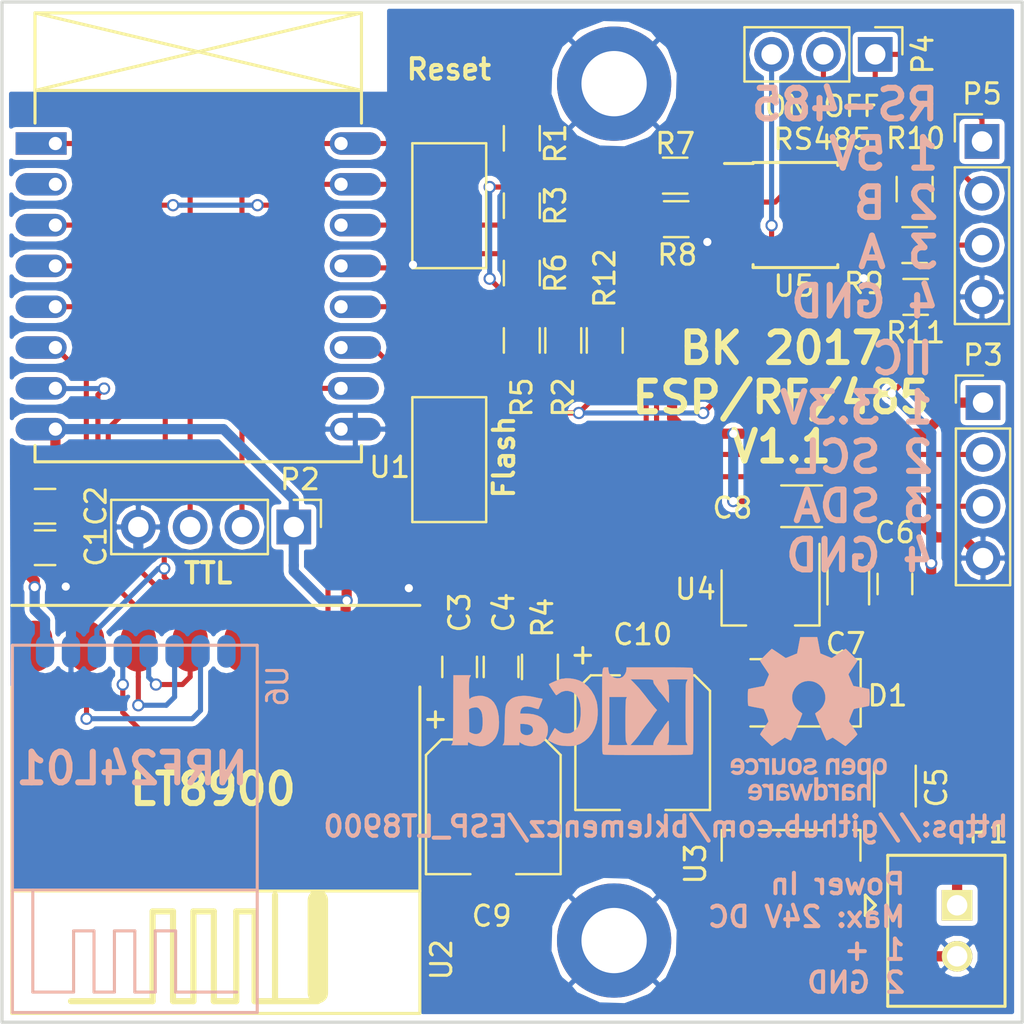
<source format=kicad_pcb>
(kicad_pcb (version 4) (host pcbnew 4.0.2-stable)
  (title_block (title ESP/LT8900) (date 2017-06-15) (rev V1.1) (company BK))
  (layers (0 F.Cu mixed) (31 B.Cu mixed) (34 B.Paste user) (35 F.Paste user) (36 B.SilkS user) (37 F.SilkS user) (38 B.Mask user) (39 F.Mask user) (44 Edge.Cuts user))
  (net 0 "")
  (net 1 +3V3)
  (net 2 GND)
  (net 3 /VIN)
  (net 4 +5V)
  (net 5 /RST)
  (net 6 /FLSH)
  (net 7 /CSN)
  (net 8 /SDA)
  (net 9 /SCL)
  (net 10 /SCK)
  (net 11 /MISO)
  (net 12 /MOSI)
  (net 13 /PKT)
  (net 14 /RxD)
  (net 15 /TxD)
  (net 16 /CHPD)
  (net 17 /DE_O)
  (net 18 /DE)
  (net 19 /485_B)
  (net 20 /485_A)
  (net 21 "Net-(R7-Pad1)")
  (module NRF24L01_12x18mm (layer B.Cu) (at 106.508 140.526)
    (fp_text reference U6 (at 7 -7 270) (layer B.SilkS) (effects (justify mirror)))
    (fp_text value nRF24L01_12x18mm)
    (pad 1 smd oval (at -4.4 -8.7) (size 0.9 1.6) (layers B.Cu B.Paste B.Mask) (net 1 +3V3))
    (pad 2 smd oval (at -3.13 -8.7) (size 0.9 1.6) (layers B.Cu B.Paste B.Mask) (net 2 GND))
    (pad 3 smd oval (at -1.86 -8.7) (size 0.9 1.6) (layers B.Cu B.Paste B.Mask) (net 13 /PKT))
    (pad 4 smd oval (at -0.59 -8.7) (size 0.9 1.6) (layers B.Cu B.Paste B.Mask) (net 7 /CSN))
    (pad 5 smd oval (at 0.68 -8.7) (size 0.9 1.6) (layers B.Cu B.Paste B.Mask) (net 10 /SCK))
    (pad 6 smd oval (at 1.95 -8.7) (size 0.9 1.6) (layers B.Cu B.Paste B.Mask) (net 12 /MOSI))
    (pad 7 smd oval (at 3.22 -8.7) (size 0.9 1.6) (layers B.Cu B.Paste B.Mask) (net 11 /MISO))
    (pad 8 smd oval (at 4.49 -8.7) (size 0.9 1.6) (layers B.Cu B.Paste B.Mask))
  )
  (module LT8900_2.54mmPitch_SMD_20x20 (layer F.Cu) (at 119.38 131.572 270)
    (fp_text reference U2 (at 15.367 -2.159 450) (layer F.SilkS))
    (fp_text value LT8900)
    (pad 1 smd rect (at 0 0 270) (size 2.5 1.7272) (layers F.Cu F.Paste F.Mask) (net 2 GND))
    (pad 2 smd oval (at 0 2.54 270) (size 2.5 1.7272) (layers F.Cu F.Paste F.Mask) (net 1 +3V3))
    (pad 3 smd oval (at 0 5.08 270) (size 2.5 1.7272) (layers F.Cu F.Paste F.Mask) (net 13 /PKT))
    (pad 4 smd oval (at 0 7.62 270) (size 2.5 1.7272) (layers F.Cu F.Paste F.Mask) (net 7 /CSN))
    (pad 5 smd oval (at 0 10.16 270) (size 2.5 1.7272) (layers F.Cu F.Paste F.Mask) (net 10 /SCK))
    (pad 6 smd oval (at 0 12.7 270) (size 2.5 1.7272) (layers F.Cu F.Paste F.Mask) (net 12 /MOSI))
    (pad 7 smd oval (at 0 15.24 270) (size 2.5 1.7272) (layers F.Cu F.Paste F.Mask) (net 11 /MISO))
    (pad 8 smd oval (at 0 17.78 270) (size 2.5 1.7272) (layers F.Cu F.Paste F.Mask))
  )
  (module Resistors_SMD:R_0805 (layer F.Cu) (at 144.78 114.4524)
    (fp_text reference R11 (at 0 1.7526) (layer F.SilkS))
    (fp_text value 510)
    (pad 1 smd rect (at -0.95 0) (size 0.7 1.3) (layers F.Cu F.Paste F.Mask) (net 19 /485_B))
    (pad 2 smd rect (at 0.95 0) (size 0.7 1.3) (layers F.Cu F.Paste F.Mask) (net 2 GND))
  )
  (module Buttons_Switches_SMD:SW_SPST_FSMSM (layer F.Cu) (at 121.92 109.982 270)
    (fp_text reference SW1 hide)
    (fp_text value Reset)
    (pad 1 smd rect (at -4.59 0 270) (size 2.18 1.6) (layers F.Cu F.Paste F.Mask) (net 5 /RST))
    (pad 2 smd rect (at 4.59 0 270) (size 2.18 1.6) (layers F.Cu F.Paste F.Mask) (net 2 GND))
  )
  (module Capacitors_SMD:C_0805 (layer F.Cu) (at 102.108 126.746)
    (fp_text reference C1 (at 2.492 -0.046 90) (layer F.SilkS))
    (fp_text value 100n)
    (pad 1 smd rect (at -1 0) (size 1 1.25) (layers F.Cu F.Paste F.Mask) (net 1 +3V3))
    (pad 2 smd rect (at 1 0) (size 1 1.25) (layers F.Cu F.Paste F.Mask) (net 2 GND))
  )
  (module Capacitors_SMD:C_0805 (layer F.Cu) (at 102.108 124.714)
    (fp_text reference C2 (at 2.492 -0.014 90) (layer F.SilkS))
    (fp_text value 1uF)
    (pad 1 smd rect (at -1 0) (size 1 1.25) (layers F.Cu F.Paste F.Mask) (net 1 +3V3))
    (pad 2 smd rect (at 1 0) (size 1 1.25) (layers F.Cu F.Paste F.Mask) (net 2 GND))
  )
  (module Capacitors_SMD:C_0805 (layer F.Cu) (at 122.428 132.588 90)
    (fp_text reference C3 (at 2.667 0 90) (layer F.SilkS))
    (fp_text value 100n)
    (pad 1 smd rect (at -1 0 90) (size 1 1.25) (layers F.Cu F.Paste F.Mask) (net 1 +3V3))
    (pad 2 smd rect (at 1 0 90) (size 1 1.25) (layers F.Cu F.Paste F.Mask) (net 2 GND))
  )
  (module Capacitors_SMD:C_0805 (layer F.Cu) (at 124.46 132.588 90)
    (fp_text reference C4 (at 2.667 0.127 90) (layer F.SilkS))
    (fp_text value 1uF)
    (pad 1 smd rect (at -1 0 90) (size 1 1.25) (layers F.Cu F.Paste F.Mask) (net 1 +3V3))
    (pad 2 smd rect (at 1 0 90) (size 1 1.25) (layers F.Cu F.Paste F.Mask) (net 2 GND))
  )
  (module Capacitors_SMD:C_1206 (layer F.Cu) (at 143.764 138.43 270)
    (fp_text reference C5 (at 0.07 -2.036 450) (layer F.SilkS))
    (fp_text value 10uF)
    (pad 1 smd rect (at -1.5 0 270) (size 1 1.6) (layers F.Cu F.Paste F.Mask) (net 3 /VIN))
    (pad 2 smd rect (at 1.5 0 270) (size 1 1.6) (layers F.Cu F.Paste F.Mask) (net 2 GND))
  )
  (module Capacitors_SMD:C_0805 (layer F.Cu) (at 143.764 128.524 90)
    (fp_text reference C6 (at 2.524 0 180) (layer F.SilkS))
    (fp_text value 100nF)
    (pad 1 smd rect (at -1 0 90) (size 1 1.25) (layers F.Cu F.Paste F.Mask) (net 4 +5V))
    (pad 2 smd rect (at 1 0 90) (size 1 1.25) (layers F.Cu F.Paste F.Mask) (net 2 GND))
  )
  (module Capacitors_SMD:C_1206 (layer F.Cu) (at 141.478 128.524 90)
    (fp_text reference C7 (at -2.921 -0.127 180) (layer F.SilkS))
    (fp_text value 1uF)
    (pad 1 smd rect (at -1.5 0 90) (size 1 1.6) (layers F.Cu F.Paste F.Mask) (net 4 +5V))
    (pad 2 smd rect (at 1.5 0 90) (size 1 1.6) (layers F.Cu F.Paste F.Mask) (net 2 GND))
  )
  (module Capacitors_SMD:C_1206 (layer F.Cu) (at 139.192 124.714)
    (fp_text reference C8 (at -3.392 0.086) (layer F.SilkS))
    (fp_text value 10uF)
    (pad 1 smd rect (at -1.5 0) (size 1 1.6) (layers F.Cu F.Paste F.Mask) (net 1 +3V3))
    (pad 2 smd rect (at 1.5 0) (size 1 1.6) (layers F.Cu F.Paste F.Mask) (net 2 GND))
  )
  (module BK_Common:JST_B2B-XH-A (layer F.Cu) (at 146.812 144.272 270)
    (fp_text reference P1 (at -3.556 -1.524 360) (layer F.SilkS))
    (fp_text value PWR)
    (pad 1 thru_hole rect (at 0 0 270) (size 1.5 1.5) (drill 1) (layers *.Cu *.Mask F.SilkS) (net 3 /VIN))
    (pad 2 thru_hole circle (at 2.5 0 270) (size 1.5 1.5) (drill 1) (layers *.Cu *.Mask F.SilkS) (net 2 GND))
  )
  (module Resistors_SMD:R_0805 (layer F.Cu) (at 125.476 106.68 90)
    (fp_text reference R1 (at -0.254 1.651 90) (layer F.SilkS))
    (fp_text value 10k)
    (pad 1 smd rect (at -0.95 0 90) (size 0.7 1.3) (layers F.Cu F.Paste F.Mask) (net 1 +3V3))
    (pad 2 smd rect (at 0.95 0 90) (size 0.7 1.3) (layers F.Cu F.Paste F.Mask) (net 5 /RST))
  )
  (module Resistors_SMD:R_0805 (layer F.Cu) (at 127.508 116.586 270)
    (fp_text reference R2 (at 2.794 0 450) (layer F.SilkS))
    (fp_text value 10k)
    (pad 1 smd rect (at -0.95 0 270) (size 0.7 1.3) (layers F.Cu F.Paste F.Mask) (net 1 +3V3))
    (pad 2 smd rect (at 0.95 0 270) (size 0.7 1.3) (layers F.Cu F.Paste F.Mask) (net 6 /FLSH))
  )
  (module Resistors_SMD:R_0805 (layer F.Cu) (at 125.476 109.982 270)
    (fp_text reference R3 (at 0 -1.65 270) (layer F.SilkS))
    (fp_text value 10k)
    (pad 1 smd rect (at -0.95 0 270) (size 0.7 1.3) (layers F.Cu F.Paste F.Mask) (net 1 +3V3))
    (pad 2 smd rect (at 0.95 0 270) (size 0.7 1.3) (layers F.Cu F.Paste F.Mask) (net 16 /CHPD))
  )
  (module Resistors_SMD:R_0805 (layer F.Cu) (at 126.365 132.588 90)
    (fp_text reference R4 (at 2.413 0.127 90) (layer F.SilkS))
    (fp_text value 10k)
    (pad 1 smd rect (at -0.95 0 90) (size 0.7 1.3) (layers F.Cu F.Paste F.Mask) (net 7 /CSN))
    (pad 2 smd rect (at 0.95 0 90) (size 0.7 1.3) (layers F.Cu F.Paste F.Mask) (net 2 GND))
  )
  (module Resistors_SMD:R_0805 (layer F.Cu) (at 125.476 116.586 270)
    (fp_text reference R5 (at 2.794 0 270) (layer F.SilkS))
    (fp_text value 10k)
    (pad 1 smd rect (at -0.95 0 270) (size 0.7 1.3) (layers F.Cu F.Paste F.Mask) (net 1 +3V3))
    (pad 2 smd rect (at 0.95 0 270) (size 0.7 1.3) (layers F.Cu F.Paste F.Mask) (net 8 /SDA))
  )
  (module Resistors_SMD:R_0805 (layer F.Cu) (at 125.476 113.284 90)
    (fp_text reference R6 (at 0 1.651 90) (layer F.SilkS))
    (fp_text value 10k)
    (pad 1 smd rect (at -0.95 0 90) (size 0.7 1.3) (layers F.Cu F.Paste F.Mask) (net 1 +3V3))
    (pad 2 smd rect (at 0.95 0 90) (size 0.7 1.3) (layers F.Cu F.Paste F.Mask) (net 9 /SCL))
  )
  (module Buttons_Switches_SMD:SW_SPST_FSMSM (layer F.Cu) (at 121.92 122.428 270)
    (fp_text reference SW2 hide)
    (fp_text value Flash)
    (pad 1 smd rect (at -4.59 0 270) (size 2.18 1.6) (layers F.Cu F.Paste F.Mask) (net 6 /FLSH))
    (pad 2 smd rect (at 4.59 0 270) (size 2.18 1.6) (layers F.Cu F.Paste F.Mask) (net 2 GND))
  )
  (module BK_Common:ESP-07v2 (layer F.Cu) (at 102.616 106.934)
    (fp_text reference U1 (at 16.384 15.866) (layer F.SilkS))
    (fp_text value ESP-07)
    (fp_text user "" (at 6.892 -5.4) (layer F.SilkS))
    (pad 1 thru_hole rect (at 0 0) (size 2.5 1.1) (drill 0.65 (offset -0.7 0)) (layers *.Cu *.Mask) (net 5 /RST))
    (pad 2 thru_hole oval (at 0 2) (size 2.5 1.1) (drill 0.65 (offset -0.7 0)) (layers *.Cu *.Mask))
    (pad 3 thru_hole oval (at 0 4) (size 2.5 1.1) (drill 0.65 (offset -0.7 0)) (layers *.Cu *.Mask) (net 16 /CHPD))
    (pad 4 thru_hole oval (at 0 6) (size 2.5 1.1) (drill 0.65 (offset -0.7 0)) (layers *.Cu *.Mask) (net 13 /PKT))
    (pad 5 thru_hole oval (at 0 8) (size 2.5 1.1) (drill 0.65 (offset -0.7 0)) (layers *.Cu *.Mask) (net 10 /SCK))
    (pad 6 thru_hole oval (at 0 10) (size 2.5 1.1) (drill 0.65 (offset -0.7 0)) (layers *.Cu *.Mask) (net 11 /MISO))
    (pad 7 thru_hole oval (at 0 12) (size 2.5 1.1) (drill 0.65 (offset -0.7 0)) (layers *.Cu *.Mask) (net 12 /MOSI))
    (pad 8 thru_hole oval (at 0 14) (size 2.5 1.1) (drill 0.65 (offset -0.7 0)) (layers *.Cu *.Mask) (net 1 +3V3))
    (pad 9 thru_hole oval (at 14 14) (size 2.5 1.1) (drill 0.65 (offset 0.7 0)) (layers *.Cu *.Mask) (net 2 GND))
    (pad 10 thru_hole oval (at 14 12) (size 2.5 1.1) (drill 0.65 (offset 0.6 0)) (layers *.Cu *.Mask) (net 7 /CSN))
    (pad 11 thru_hole oval (at 14 10) (size 2.5 1.1) (drill 0.65 (offset 0.7 0)) (layers *.Cu *.Mask) (net 18 /DE))
    (pad 12 thru_hole oval (at 14 8) (size 2.5 1.1) (drill 0.65 (offset 0.7 0)) (layers *.Cu *.Mask) (net 6 /FLSH))
    (pad 13 thru_hole oval (at 14 6) (size 2.5 1.1) (drill 0.65 (offset 0.7 0)) (layers *.Cu *.Mask) (net 8 /SDA))
    (pad 14 thru_hole oval (at 14 4) (size 2.5 1.1) (drill 0.65 (offset 0.7 0)) (layers *.Cu *.Mask) (net 9 /SCL))
    (pad 15 thru_hole oval (at 14 2) (size 2.5 1.1) (drill 0.65 (offset 0.7 0)) (layers *.Cu *.Mask) (net 14 /RxD))
    (pad 16 thru_hole oval (at 14 0) (size 2.5 1.1) (drill 0.65 (offset 0.7 0)) (layers *.Cu *.Mask) (net 15 /TxD))
  )
  (module TO_SOT_Packages_SMD:TO-252-2Lead (layer F.Cu) (at 138.684 141.986 270)
    (fp_text reference U3 (at 0.254 4.699 270) (layer F.SilkS))
    (fp_text value MC78M05CDT)
    (pad 1 smd rect (at -3.7 -2.29 180) (size 2 3.5) (layers F.Cu F.Paste F.Mask) (net 3 /VIN))
    (pad 3 smd rect (at -3.7 2.29 180) (size 2 3.5) (layers F.Cu F.Paste F.Mask) (net 4 +5V))
    (pad 2 smd rect (at 3.7 0.01 180) (size 7 7) (layers F.Cu F.Paste F.Mask) (net 2 GND))
  )
  (module TO_SOT_Packages_SMD:SOT89-3_Housing (layer F.Cu) (at 137.668 128.778 270)
    (fp_text reference U4 (at 0 3.683 360) (layer F.SilkS))
    (fp_text value HT7333-A)
    (pad 1 smd rect (at -1.48 -1.5 180) (size 1 1.5) (layers F.Cu F.Paste F.Mask) (net 2 GND))
    (pad 2 smd rect (at -1.48 0 180) (size 1 1.5) (layers F.Cu F.Paste F.Mask) (net 4 +5V))
    (pad 3 smd rect (at -1.48 1.5 180) (size 1 1.5) (layers F.Cu F.Paste F.Mask) (net 1 +3V3))
    (pad 2 smd rect (at 1.48 0 180) (size 2 3) (layers F.Cu F.Paste F.Mask) (net 4 +5V))
    (pad 2 smd trapezoid (at -0.37 0) (size 1.5 0.75) (rect_delta 0 0.5) (layers F.Cu F.Paste F.Mask) (net 4 +5V))
  )
  (module Diodes_SMD:D_SMA_Standard (layer F.Cu) (at 138.684 133.858 180)
    (fp_text reference D1 (at -4.716 -0.142 180) (layer F.SilkS))
    (fp_text value SS13)
    (pad 1 smd rect (at -2 0 180) (size 2.5 1.8) (layers F.Cu F.Paste F.Mask) (net 3 /VIN))
    (pad 2 smd rect (at 2 0 180) (size 2.5 1.8) (layers F.Cu F.Paste F.Mask) (net 4 +5V))
  )
  (module Pin_Headers:Pin_Header_Straight_1x04_Pitch2.54mm (layer F.Cu) (at 114.3 125.73 270)
    (fp_text reference P2 (at -2.33 -0.3 360) (layer F.SilkS))
    (fp_text value TTL)
    (pad 1 thru_hole rect (at 0 0 270) (size 1.7 1.7) (drill 1) (layers *.Cu *.Mask) (net 1 +3V3))
    (pad 2 thru_hole oval (at 0 2.54 270) (size 1.7 1.7) (drill 1) (layers *.Cu *.Mask) (net 14 /RxD))
    (pad 3 thru_hole oval (at 0 5.08 270) (size 1.7 1.7) (drill 1) (layers *.Cu *.Mask) (net 15 /TxD))
    (pad 4 thru_hole oval (at 0 7.62 270) (size 1.7 1.7) (drill 1) (layers *.Cu *.Mask) (net 2 GND))
  )
  (module Pin_Headers:Pin_Header_Straight_1x04_Pitch2.54mm (layer F.Cu) (at 148.082 119.634)
    (fp_text reference P3 (at 0 -2.33) (layer F.SilkS))
    (fp_text value I2C)
    (pad 1 thru_hole rect (at 0 0) (size 1.7 1.7) (drill 1) (layers *.Cu *.Mask) (net 1 +3V3))
    (pad 2 thru_hole oval (at 0 2.54) (size 1.7 1.7) (drill 1) (layers *.Cu *.Mask) (net 9 /SCL))
    (pad 3 thru_hole oval (at 0 5.08) (size 1.7 1.7) (drill 1) (layers *.Cu *.Mask) (net 8 /SDA))
    (pad 4 thru_hole oval (at 0 7.62) (size 1.7 1.7) (drill 1) (layers *.Cu *.Mask) (net 2 GND))
  )
  (module Pin_Headers:Pin_Header_Straight_1x03_Pitch2.54mm (layer F.Cu) (at 142.7988 102.5652 270)
    (fp_text reference P4 (at 0 -2.33 270) (layer F.SilkS))
    (fp_text value 485_EN)
    (pad 1 thru_hole rect (at 0 0 270) (size 1.7 1.7) (drill 1) (layers *.Cu *.Mask) (net 4 +5V))
    (pad 2 thru_hole oval (at 0 2.54 270) (size 1.7 1.7) (drill 1) (layers *.Cu *.Mask) (net 17 /DE_O))
    (pad 3 thru_hole oval (at 0 5.08 270) (size 1.7 1.7) (drill 1) (layers *.Cu *.Mask) (net 18 /DE))
  )
  (module Pin_Headers:Pin_Header_Straight_1x04_Pitch2.54mm (layer F.Cu) (at 148.0312 106.8324)
    (fp_text reference P5 (at 0 -2.33) (layer F.SilkS))
    (fp_text value RS485)
    (pad 1 thru_hole rect (at 0 0) (size 1.7 1.7) (drill 1) (layers *.Cu *.Mask) (net 4 +5V))
    (pad 2 thru_hole oval (at 0 2.54) (size 1.7 1.7) (drill 1) (layers *.Cu *.Mask) (net 19 /485_B))
    (pad 3 thru_hole oval (at 0 5.08) (size 1.7 1.7) (drill 1) (layers *.Cu *.Mask) (net 20 /485_A))
    (pad 4 thru_hole oval (at 0 7.62) (size 1.7 1.7) (drill 1) (layers *.Cu *.Mask) (net 2 GND))
  )
  (module Resistors_SMD:R_0805 (layer F.Cu) (at 132.9944 108.5088 180)
    (fp_text reference R7 (at 0 1.5748 180) (layer F.SilkS))
    (fp_text value 10k)
    (pad 1 smd rect (at -0.95 0 180) (size 0.7 1.3) (layers F.Cu F.Paste F.Mask) (net 21 "Net-(R7-Pad1)"))
    (pad 2 smd rect (at 0.95 0 180) (size 0.7 1.3) (layers F.Cu F.Paste F.Mask) (net 14 /RxD))
  )
  (module Resistors_SMD:R_0805 (layer F.Cu) (at 133.0452 110.6424)
    (fp_text reference R8 (at 0.0508 1.7526) (layer F.SilkS))
    (fp_text value 20k)
    (pad 1 smd rect (at -0.95 0) (size 0.7 1.3) (layers F.Cu F.Paste F.Mask) (net 14 /RxD))
    (pad 2 smd rect (at 0.95 0) (size 0.7 1.3) (layers F.Cu F.Paste F.Mask) (net 2 GND))
  )
  (module Resistors_SMD:R_0805 (layer F.Cu) (at 144.7292 111.9124)
    (fp_text reference R9 (at -2.4892 1.8796) (layer F.SilkS))
    (fp_text value 510)
    (pad 1 smd rect (at -0.95 0) (size 0.7 1.3) (layers F.Cu F.Paste F.Mask) (net 4 +5V))
    (pad 2 smd rect (at 0.95 0) (size 0.7 1.3) (layers F.Cu F.Paste F.Mask) (net 20 /485_A))
  )
  (module Resistors_SMD:R_0805 (layer F.Cu) (at 144.7292 109.1692 90)
    (fp_text reference R10 (at 2.4892 0.0508 180) (layer F.SilkS))
    (fp_text value 120)
    (pad 1 smd rect (at -0.95 0 90) (size 0.7 1.3) (layers F.Cu F.Paste F.Mask) (net 20 /485_A))
    (pad 2 smd rect (at 0.95 0 90) (size 0.7 1.3) (layers F.Cu F.Paste F.Mask) (net 19 /485_B))
  )
  (module Housings_SOIC:SOIC-8_3.9x4.9mm_Pitch1.27mm (layer F.Cu) (at 138.8872 110.4392)
    (fp_text reference U5 (at -0.0762 3.4798) (layer F.SilkS))
    (fp_text value MAX487)
    (pad 1 smd rect (at -2.7 -1.905) (size 1.55 0.6) (layers F.Cu F.Paste F.Mask) (net 21 "Net-(R7-Pad1)"))
    (pad 2 smd rect (at -2.7 -0.635) (size 1.55 0.6) (layers F.Cu F.Paste F.Mask) (net 17 /DE_O))
    (pad 3 smd rect (at -2.7 0.635) (size 1.55 0.6) (layers F.Cu F.Paste F.Mask) (net 17 /DE_O))
    (pad 4 smd rect (at -2.7 1.905) (size 1.55 0.6) (layers F.Cu F.Paste F.Mask) (net 15 /TxD))
    (pad 5 smd rect (at 2.7 1.905) (size 1.55 0.6) (layers F.Cu F.Paste F.Mask) (net 2 GND))
    (pad 6 smd rect (at 2.7 0.635) (size 1.55 0.6) (layers F.Cu F.Paste F.Mask) (net 20 /485_A))
    (pad 7 smd rect (at 2.7 -0.635) (size 1.55 0.6) (layers F.Cu F.Paste F.Mask) (net 19 /485_B))
    (pad 8 smd rect (at 2.7 -1.905) (size 1.55 0.6) (layers F.Cu F.Paste F.Mask) (net 4 +5V))
  )
  (module Mounting_Holes:MountingHole_3.2mm_M3_DIN965_Pad (layer F.Cu) (at 130 146)
    (fp_text reference M2 hide)
    (fp_text value "")
    (pad 1 thru_hole circle (at 0 0) (size 5.6 5.6) (drill 3.2) (layers *.Cu *.Mask) (net 2 GND))
  )
  (module Mounting_Holes:MountingHole_3.2mm_M3_DIN965_Pad (layer F.Cu) (at 130 104)
    (fp_text reference M1 hide)
    (fp_text value "" hide)
    (pad 1 thru_hole circle (at 0 0) (size 5.6 5.6) (drill 3.2) (layers *.Cu *.Mask) (net 2 GND))
  )
  (module Symbols:OSHW-Logo_7.5x8mm_SilkScreen (layer B.Cu) (at 139.5476 135.128 180)
    (fp_text reference "" hide)
    (fp_text value "" hide)
  )
  (module Symbols:Symbol_KiCAD-Logo_CopperAndSilkScreenTop (layer B.Cu) (at 127.9652 134.5692 180)
    (fp_text reference "" hide)
    (fp_text value "" hide)
  )
  (module Capacitors_SMD:CP_Elec_6.3x7.7 (layer F.Cu) (at 124.079 139.446 270)
    (fp_text reference C9 (at 5.354 0.079 360) (layer F.SilkS))
    (fp_text value 330u/6.3V)
    (fp_text user + (at -4.28 2.91 270) (layer F.SilkS))
    (pad 1 smd rect (at -2.7 0 90) (size 3.5 1.6) (layers F.Cu F.Paste F.Mask) (net 1 +3V3))
    (pad 2 smd rect (at 2.7 0 90) (size 3.5 1.6) (layers F.Cu F.Paste F.Mask) (net 2 GND))
  )
  (module Capacitors_SMD:CP_Elec_6.3x5.3 (layer F.Cu) (at 131.4 136.3 270)
    (fp_text reference C10 (at -5.3 0 360) (layer F.SilkS))
    (fp_text value 100u/16V)
    (fp_text user + (at -4.28 3.01 270) (layer F.SilkS))
    (pad 1 smd rect (at -2.7 0 90) (size 3.5 1.6) (layers F.Cu F.Paste F.Mask) (net 4 +5V))
    (pad 2 smd rect (at 2.7 0 90) (size 3.5 1.6) (layers F.Cu F.Paste F.Mask) (net 2 GND))
  )
  (module Resistors_SMD:R_0805 (layer F.Cu) (at 129.54 116.586 270)
    (fp_text reference R12 (at -3.048 0 270) (layer F.SilkS))
    (fp_text value 10k)
    (pad 1 smd rect (at -0.95 0 270) (size 0.7 1.3) (layers F.Cu F.Paste F.Mask) (net 1 +3V3))
    (pad 2 smd rect (at 0.95 0 270) (size 0.7 1.3) (layers F.Cu F.Paste F.Mask) (net 18 /DE))
  )
  (gr_text https://github.com/bklemencz/ESP_LT8900 (at 132.5372 140.4112) (layer B.SilkS) (effects (font (size 1 1) (thickness 0.2)) (justify mirror)))
  (gr_text LT8900 (at 110.3376 138.5824) (layer F.SilkS) (effects (font (size 1.5 1.5) (thickness 0.3))))
  (gr_text NRF24L01 (at 106.3752 137.5664) (layer B.SilkS) (effects (font (size 1.5 1.5) (thickness 0.3)) (justify mirror)))
  (gr_text TTL (at 110.1 128) (layer F.SilkS) (effects (font (size 1 1) (thickness 0.2))))
  (gr_text Flash (at 124.6 122.3 90) (layer F.SilkS) (effects (font (size 1 1) (thickness 0.2))))
  (gr_text Reset (at 121.9 103.3) (layer F.SilkS) (effects (font (size 1 1) (thickness 0.2))))
  (gr_text "BK 2017\nESP/RF/485\nV1.1" (at 138.176 119.38) (layer F.SilkS) (effects (font (size 1.5 1.5) (thickness 0.3))))
  (gr_text "ON OFF\nRS485" (at 140.208 105.918) (layer F.SilkS) (effects (font (size 1 1))))
  (gr_text "RS-485\n1 5V\n2 B\n3 A\n4 GND" (at 146.05 109.855) (layer B.SilkS) (effects (font (size 1.5 1.5) (thickness 0.3)) (justify left mirror)))
  (gr_text "IIC\n1 3.3V\n2 SCL\n3 SDA\n4 GND" (at 145.796 122.301) (layer B.SilkS) (effects (font (size 1.5 1.5) (thickness 0.3)) (justify left mirror)))
  (gr_text "Power In\nMax: 24V DC\n1 +\n2 GND" (at 144.3736 145.6436) (layer B.SilkS) (effects (font (size 1 1) (thickness 0.2)) (justify left mirror)))
  (gr_line (start 100 100) (end 100 150) (angle 90) (layer Edge.Cuts) (width 0.15))
  (gr_line (start 150 100) (end 100 100) (angle 90) (layer Edge.Cuts) (width 0.15))
  (gr_line (start 150 150) (end 150 100) (angle 90) (layer Edge.Cuts) (width 0.15))
  (gr_line (start 100 150) (end 150 150) (angle 90) (layer Edge.Cuts) (width 0.15))
  (segment (start 116.8908 129.3368) (end 116.8908 125.6792) (width 0.5) (layer F.Cu) (net 1))
  (segment (start 118.11 124.46) (end 123.698 124.46) (width 0.5) (layer F.Cu) (net 1))
  (segment (start 116.8908 125.6792) (end 118.11 124.46) (width 0.5) (layer F.Cu) (net 1))
  (segment (start 126.536 127.298) (end 136.168 127.298) (width 0.5) (layer F.Cu) (net 1))
  (segment (start 123.698 124.46) (end 126.536 127.298) (width 0.5) (layer F.Cu) (net 1))
  (segment (start 135.8392 121.158) (end 133.604 121.158) (width 0.5) (layer F.Cu) (net 1))
  (segment (start 132.842 120.396) (end 132.842 115.0112) (width 0.5) (layer F.Cu) (net 1))
  (segment (start 133.604 121.158) (end 132.842 120.396) (width 0.5) (layer F.Cu) (net 1))
  (segment (start 132.842 115.0112) (end 126.8628 109.032) (width 0.5) (layer F.Cu) (net 1))
  (segment (start 126.8628 109.032) (end 125.476 109.032) (width 0.5) (layer F.Cu) (net 1))
  (segment (start 129.54 115.636) (end 127.508 115.636) (width 0.25) (layer F.Cu) (net 1))
  (segment (start 125.476 115.636) (end 127.508 115.636) (width 0.25) (layer F.Cu) (net 1))
  (via (at 116.8908 129.3368) (size 0.6) (drill 0.4) (layers F.Cu B.Cu) (net 1))
  (segment (start 115.7224 129.3368) (end 116.8908 129.3368) (width 0.5) (layer B.Cu) (net 1))
  (segment (start 114.3 127.9144) (end 115.7224 129.3368) (width 0.5) (layer B.Cu) (net 1))
  (segment (start 114.3 127.6096) (end 114.3 127.9144) (width 0.5) (layer B.Cu) (net 1))
  (segment (start 101.6 129.794) (end 101.6 128.6764) (width 0.5) (layer B.Cu) (net 1))
  (segment (start 102.108 130.302) (end 101.6 129.794) (width 0.5) (layer B.Cu) (net 1))
  (segment (start 102.108 131.826) (end 102.108 130.302) (width 0.5) (layer B.Cu) (net 1))
  (via (at 101.6 128.6764) (size 0.6) (drill 0.4) (layers F.Cu B.Cu) (net 1))
  (segment (start 101.6 128.363) (end 101.6 128.6764) (width 0.5) (layer F.Cu) (net 1))
  (segment (start 101.108 126.746) (end 101.108 127.871) (width 0.5) (layer F.Cu) (net 1))
  (segment (start 101.108 127.871) (end 101.6 128.363) (width 0.5) (layer F.Cu) (net 1))
  (segment (start 122.428 133.588) (end 122.428 135.095) (width 0.5) (layer F.Cu) (net 1))
  (segment (start 122.428 135.095) (end 124.079 136.746) (width 0.5) (layer F.Cu) (net 1))
  (segment (start 122.428 133.588) (end 121.303 133.588) (width 0.5) (layer F.Cu) (net 1))
  (segment (start 121.303 133.588) (end 121.287 133.604) (width 0.5) (layer F.Cu) (net 1))
  (segment (start 121.287 133.604) (end 117.348 133.604) (width 0.5) (layer F.Cu) (net 1))
  (segment (start 117.348 133.604) (end 116.84 133.096) (width 0.5) (layer F.Cu) (net 1))
  (segment (start 116.84 133.096) (end 116.84 131.572) (width 0.5) (layer F.Cu) (net 1))
  (segment (start 124.46 133.588) (end 122.428 133.588) (width 0.5) (layer F.Cu) (net 1))
  (segment (start 145.1864 121.158) (end 146.7104 119.634) (width 0.5) (layer F.Cu) (net 1))
  (segment (start 146.7104 119.634) (end 148.082 119.634) (width 0.5) (layer F.Cu) (net 1))
  (segment (start 135.8392 121.158) (end 145.1864 121.158) (width 0.5) (layer F.Cu) (net 1))
  (segment (start 123.9012 109.0676) (end 125.4404 109.0676) (width 0.25) (layer F.Cu) (net 1))
  (segment (start 125.4404 109.0676) (end 125.476 109.032) (width 0.25) (layer F.Cu) (net 1))
  (via (at 123.9012 109.0676) (size 0.6) (drill 0.4) (layers F.Cu B.Cu) (net 1))
  (segment (start 123.9012 113.5592) (end 123.9012 109.0676) (width 0.25) (layer B.Cu) (net 1))
  (via (at 123.9012 113.5592) (size 0.6) (drill 0.4) (layers F.Cu B.Cu) (net 1))
  (segment (start 125.476 114.234) (end 124.576 114.234) (width 0.25) (layer F.Cu) (net 1))
  (segment (start 124.576 114.234) (end 123.9012 113.5592) (width 0.25) (layer F.Cu) (net 1))
  (segment (start 125.476 109.032) (end 125.776 109.032) (width 0.5) (layer F.Cu) (net 1))
  (segment (start 135.8392 124.46) (end 137.438 124.46) (width 0.5) (layer F.Cu) (net 1))
  (segment (start 137.438 124.46) (end 137.692 124.714) (width 0.5) (layer F.Cu) (net 1))
  (segment (start 135.8392 121.158) (end 135.8392 124.46) (width 0.5) (layer B.Cu) (net 1))
  (via (at 135.8392 124.46) (size 0.6) (drill 0.4) (layers F.Cu B.Cu) (net 1))
  (via (at 135.8392 121.158) (size 0.6) (drill 0.4) (layers F.Cu B.Cu) (net 1))
  (segment (start 114.3 125.73) (end 114.3 124.38) (width 0.5) (layer B.Cu) (net 1))
  (segment (start 114.3 124.38) (end 110.854 120.934) (width 0.5) (layer B.Cu) (net 1))
  (segment (start 110.854 120.934) (end 102.616 120.934) (width 0.5) (layer B.Cu) (net 1))
  (segment (start 114.3 127.6096) (end 114.3 125.73) (width 0.5) (layer B.Cu) (net 1))
  (segment (start 101.092 123.7234) (end 102.616 122.1994) (width 0.5) (layer F.Cu) (net 1))
  (segment (start 102.616 122.1994) (end 102.616 120.934) (width 0.5) (layer F.Cu) (net 1))
  (segment (start 101.092 124.573) (end 101.092 123.7234) (width 0.5) (layer F.Cu) (net 1))
  (segment (start 101.108 124.714) (end 101.108 124.589) (width 0.5) (layer F.Cu) (net 1))
  (segment (start 101.108 124.589) (end 101.092 124.573) (width 0.5) (layer F.Cu) (net 1))
  (segment (start 101.108 124.714) (end 101.108 126.746) (width 0.5) (layer F.Cu) (net 1))
  (segment (start 116.84 131.572) (end 116.84 129.3368) (width 0.5) (layer F.Cu) (net 1))
  (segment (start 125.476 109.032) (end 125.476 107.63) (width 0.25) (layer F.Cu) (net 1))
  (segment (start 125.476 115.636) (end 125.476 114.234) (width 0.25) (layer F.Cu) (net 1))
  (segment (start 136.168 127.298) (end 136.168 126.238) (width 0.5) (layer F.Cu) (net 1))
  (segment (start 136.168 126.238) (end 137.692 124.714) (width 0.5) (layer F.Cu) (net 1))
  (segment (start 103.124 129.9972) (end 103.378 130.2512) (width 0.5) (layer B.Cu) (net 2))
  (segment (start 103.378 130.2512) (end 103.378 131.826) (width 0.5) (layer B.Cu) (net 2))
  (segment (start 103.124 128.651) (end 103.124 129.9972) (width 0.5) (layer B.Cu) (net 2))
  (segment (start 119.9388 129.2632) (end 119.9388 128.7272) (width 0.5) (layer F.Cu) (net 2))
  (via (at 119.9388 128.7272) (size 0.6) (drill 0.4) (layers F.Cu B.Cu) (net 2))
  (segment (start 119.38 131.572) (end 119.38 129.822) (width 0.5) (layer F.Cu) (net 2))
  (segment (start 119.38 129.822) (end 119.9388 129.2632) (width 0.5) (layer F.Cu) (net 2))
  (segment (start 133.8 142.35) (end 133.8 144.812) (width 0.5) (layer F.Cu) (net 2))
  (segment (start 133.8 144.812) (end 134.674 145.686) (width 0.5) (layer F.Cu) (net 2))
  (segment (start 134.674 145.686) (end 138.674 145.686) (width 0.5) (layer F.Cu) (net 2))
  (segment (start 131.4 139) (end 131.4 139.95) (width 0.5) (layer F.Cu) (net 2))
  (segment (start 131.4 139.95) (end 133.8 142.35) (width 0.5) (layer F.Cu) (net 2))
  (segment (start 127.635 140.208) (end 125.697 142.146) (width 0.5) (layer F.Cu) (net 2))
  (segment (start 125.697 142.146) (end 124.079 142.146) (width 0.5) (layer F.Cu) (net 2))
  (segment (start 127.635 132.608) (end 127.635 140.208) (width 0.5) (layer F.Cu) (net 2))
  (segment (start 126.365 131.638) (end 126.665 131.638) (width 0.5) (layer F.Cu) (net 2))
  (segment (start 126.665 131.638) (end 127.635 132.608) (width 0.5) (layer F.Cu) (net 2))
  (segment (start 121.285 130.048) (end 121.92 129.413) (width 0.5) (layer F.Cu) (net 2))
  (segment (start 121.92 129.413) (end 121.92 127.018) (width 0.5) (layer F.Cu) (net 2))
  (segment (start 120.7516 130.048) (end 121.285 130.048) (width 0.5) (layer F.Cu) (net 2))
  (segment (start 119.38 131.572) (end 119.38 131.4196) (width 0.5) (layer F.Cu) (net 2))
  (segment (start 119.38 131.4196) (end 120.7516 130.048) (width 0.5) (layer F.Cu) (net 2))
  (segment (start 122.428 131.588) (end 119.396 131.588) (width 0.5) (layer F.Cu) (net 2))
  (segment (start 119.396 131.588) (end 119.38 131.572) (width 0.5) (layer F.Cu) (net 2))
  (segment (start 124.46 131.588) (end 122.428 131.588) (width 0.5) (layer F.Cu) (net 2))
  (segment (start 126.365 131.638) (end 124.51 131.638) (width 0.5) (layer F.Cu) (net 2))
  (segment (start 124.51 131.638) (end 124.46 131.588) (width 0.5) (layer F.Cu) (net 2))
  (segment (start 145.7452 126.238) (end 144.2212 124.714) (width 0.5) (layer F.Cu) (net 2))
  (segment (start 144.2212 124.714) (end 140.692 124.714) (width 0.5) (layer F.Cu) (net 2))
  (segment (start 147.066 126.238) (end 145.7452 126.238) (width 0.5) (layer F.Cu) (net 2))
  (segment (start 148.082 127.254) (end 147.066 126.238) (width 0.5) (layer F.Cu) (net 2))
  (segment (start 140.692 125.1472) (end 141.478 125.9332) (width 0.5) (layer F.Cu) (net 2))
  (segment (start 141.478 125.9332) (end 141.478 127.024) (width 0.5) (layer F.Cu) (net 2))
  (segment (start 140.692 124.714) (end 140.692 125.1472) (width 0.5) (layer F.Cu) (net 2))
  (via (at 142.231 113.538) (size 0.6) (drill 0.4) (layers F.Cu B.Cu) (net 2))
  (segment (start 141.5872 112.3442) (end 141.5872 112.8942) (width 0.25) (layer F.Cu) (net 2))
  (segment (start 141.5872 112.8942) (end 142.231 113.538) (width 0.25) (layer F.Cu) (net 2))
  (via (at 134.5692 111.76) (size 0.6) (drill 0.4) (layers F.Cu B.Cu) (net 2))
  (segment (start 134.2128 111.76) (end 134.5692 111.76) (width 0.25) (layer F.Cu) (net 2))
  (segment (start 133.9952 110.6424) (end 133.9952 111.5424) (width 0.25) (layer F.Cu) (net 2))
  (segment (start 133.9952 111.5424) (end 134.2128 111.76) (width 0.25) (layer F.Cu) (net 2))
  (segment (start 145.73 114.4524) (end 148.0312 114.4524) (width 0.25) (layer F.Cu) (net 2))
  (via (at 120.142 112.8776) (size 0.6) (drill 0.4) (layers F.Cu B.Cu) (net 2))
  (segment (start 121.5656 112.8776) (end 120.142 112.8776) (width 0.25) (layer F.Cu) (net 2))
  (segment (start 121.92 114.572) (end 121.92 113.232) (width 0.25) (layer F.Cu) (net 2))
  (segment (start 121.92 113.232) (end 121.5656 112.8776) (width 0.25) (layer F.Cu) (net 2))
  (segment (start 103.108 126.746) (end 103.108 128.635) (width 0.5) (layer F.Cu) (net 2))
  (segment (start 103.108 128.635) (end 103.124 128.651) (width 0.5) (layer F.Cu) (net 2))
  (via (at 103.124 128.651) (size 0.6) (drill 0.4) (layers F.Cu B.Cu) (net 2))
  (segment (start 105.2068 128.651) (end 103.124 128.651) (width 0.5) (layer B.Cu) (net 2))
  (segment (start 106.68 127.1778) (end 105.2068 128.651) (width 0.5) (layer B.Cu) (net 2))
  (segment (start 106.68 126.932081) (end 106.68 127.1778) (width 0.5) (layer B.Cu) (net 2))
  (segment (start 106.68 125.73) (end 106.68 126.932081) (width 0.5) (layer B.Cu) (net 2))
  (segment (start 146.812 146.772) (end 139.76 146.772) (width 0.5) (layer F.Cu) (net 2))
  (segment (start 139.76 146.772) (end 138.674 145.686) (width 0.5) (layer F.Cu) (net 2))
  (segment (start 119.364 131.588) (end 119.38 131.572) (width 0.5) (layer F.Cu) (net 2))
  (segment (start 103.108 126.746) (end 103.108 124.714) (width 0.5) (layer F.Cu) (net 2))
  (segment (start 147.812 127.524) (end 148.082 127.254) (width 0.5) (layer F.Cu) (net 2))
  (segment (start 142.264 127.024) (end 142.264 127.149) (width 0.5) (layer F.Cu) (net 2))
  (segment (start 142.264 127.149) (end 142.639 127.524) (width 0.5) (layer F.Cu) (net 2))
  (segment (start 142.639 127.524) (end 143.764 127.524) (width 0.5) (layer F.Cu) (net 2))
  (segment (start 141.478 127.024) (end 142.264 127.024) (width 0.5) (layer F.Cu) (net 2))
  (segment (start 141.478 127.024) (end 139.442 127.024) (width 0.5) (layer F.Cu) (net 2))
  (segment (start 139.442 127.024) (end 139.168 127.298) (width 0.5) (layer F.Cu) (net 2))
  (segment (start 138.674 145.686) (end 142.674 145.686) (width 0.5) (layer F.Cu) (net 2))
  (segment (start 142.674 145.686) (end 143.764 144.596) (width 0.5) (layer F.Cu) (net 2))
  (segment (start 143.764 144.596) (end 143.764 140.93) (width 0.5) (layer F.Cu) (net 2))
  (segment (start 143.764 140.93) (end 143.764 139.93) (width 0.5) (layer F.Cu) (net 2))
  (segment (start 146.812 144.272) (end 146.812 139.678) (width 0.5) (layer F.Cu) (net 3))
  (segment (start 146.812 139.678) (end 144.064 136.93) (width 0.5) (layer F.Cu) (net 3))
  (segment (start 144.064 136.93) (end 143.764 136.93) (width 0.5) (layer F.Cu) (net 3))
  (segment (start 140.974 138.286) (end 142.408 138.286) (width 0.5) (layer F.Cu) (net 3))
  (segment (start 142.408 138.286) (end 143.764 136.93) (width 0.5) (layer F.Cu) (net 3))
  (segment (start 142.621 133.858) (end 143.764 135.001) (width 0.5) (layer F.Cu) (net 3))
  (segment (start 143.764 135.001) (end 143.764 136.93) (width 0.5) (layer F.Cu) (net 3))
  (segment (start 140.684 133.858) (end 142.621 133.858) (width 0.5) (layer F.Cu) (net 3))
  (segment (start 131.4 133.6) (end 132.7 133.6) (width 0.5) (layer F.Cu) (net 4))
  (segment (start 136.042 130.258) (end 137.668 130.258) (width 0.5) (layer F.Cu) (net 4))
  (segment (start 132.7 133.6) (end 136.042 130.258) (width 0.5) (layer F.Cu) (net 4))
  (segment (start 141.3256 119.1768) (end 143.6116 119.1768) (width 0.25) (layer F.Cu) (net 4))
  (segment (start 138.5824 116.4336) (end 141.3256 119.1768) (width 0.25) (layer F.Cu) (net 4))
  (segment (start 138.5824 110.514) (end 138.5824 116.4336) (width 0.25) (layer F.Cu) (net 4))
  (segment (start 141.5872 108.5342) (end 140.5622 108.5342) (width 0.25) (layer F.Cu) (net 4))
  (segment (start 140.5622 108.5342) (end 138.5824 110.514) (width 0.25) (layer F.Cu) (net 4))
  (segment (start 143.6116 119.1768) (end 144.7292 118.0592) (width 0.25) (layer F.Cu) (net 4))
  (segment (start 144.7292 118.0592) (end 144.7292 112.1664) (width 0.25) (layer F.Cu) (net 4))
  (segment (start 144.7292 112.1664) (end 144.4752 111.9124) (width 0.25) (layer F.Cu) (net 4))
  (segment (start 144.4752 111.9124) (end 143.7792 111.9124) (width 0.25) (layer F.Cu) (net 4))
  (via (at 143.6116 119.1768) (size 0.6) (drill 0.4) (layers F.Cu B.Cu) (net 4))
  (segment (start 145.542 121.1072) (end 143.6116 119.1768) (width 0.5) (layer B.Cu) (net 4))
  (segment (start 145.542 127.508) (end 145.542 121.1072) (width 0.5) (layer B.Cu) (net 4))
  (via (at 145.542 127.508) (size 0.6) (drill 0.4) (layers F.Cu B.Cu) (net 4))
  (segment (start 145.542 128.871) (end 145.542 127.508) (width 0.5) (layer F.Cu) (net 4))
  (segment (start 143.764 129.524) (end 144.889 129.524) (width 0.5) (layer F.Cu) (net 4))
  (segment (start 144.889 129.524) (end 145.542 128.871) (width 0.5) (layer F.Cu) (net 4))
  (segment (start 148.0312 106.8324) (end 148.0312 105.7324) (width 0.25) (layer F.Cu) (net 4))
  (segment (start 148.0312 105.7324) (end 144.864 102.5652) (width 0.25) (layer F.Cu) (net 4))
  (segment (start 144.864 102.5652) (end 143.8988 102.5652) (width 0.25) (layer F.Cu) (net 4))
  (segment (start 143.8988 102.5652) (end 142.7988 102.5652) (width 0.25) (layer F.Cu) (net 4))
  (segment (start 141.5872 107.2312) (end 142.7988 106.0196) (width 0.25) (layer F.Cu) (net 4))
  (segment (start 142.7988 106.0196) (end 142.7988 102.5652) (width 0.25) (layer F.Cu) (net 4))
  (segment (start 141.5872 108.5342) (end 141.5872 107.2312) (width 0.25) (layer F.Cu) (net 4))
  (segment (start 137.668 127.298) (end 137.668 128.408) (width 0.5) (layer F.Cu) (net 4))
  (segment (start 137.668 130.258) (end 137.668 127.298) (width 0.5) (layer F.Cu) (net 4))
  (segment (start 141.478 130.024) (end 137.902 130.024) (width 0.5) (layer F.Cu) (net 4))
  (segment (start 137.902 130.024) (end 137.668 130.258) (width 0.5) (layer F.Cu) (net 4))
  (segment (start 136.684 133.858) (end 136.684 133.445) (width 0.5) (layer F.Cu) (net 4))
  (segment (start 136.684 133.445) (end 137.668 132.461) (width 0.5) (layer F.Cu) (net 4))
  (segment (start 136.394 138.286) (end 136.394 136.036) (width 0.5) (layer F.Cu) (net 4))
  (segment (start 136.394 136.036) (end 136.684 135.746) (width 0.5) (layer F.Cu) (net 4))
  (segment (start 136.684 135.746) (end 136.684 133.858) (width 0.5) (layer F.Cu) (net 4))
  (segment (start 142.137 130.024) (end 142.637 129.524) (width 0.5) (layer F.Cu) (net 4))
  (segment (start 142.637 129.524) (end 143.764 129.524) (width 0.5) (layer F.Cu) (net 4))
  (segment (start 141.478 130.024) (end 142.137 130.024) (width 0.5) (layer F.Cu) (net 4))
  (segment (start 137.668 132.461) (end 137.668 130.258) (width 0.5) (layer F.Cu) (net 4))
  (segment (start 105.3846 106.934) (end 102.616 106.934) (width 0.25) (layer F.Cu) (net 5))
  (segment (start 106.3244 105.9942) (end 105.3846 106.934) (width 0.25) (layer F.Cu) (net 5))
  (segment (start 120.2678 105.9942) (end 106.3244 105.9942) (width 0.25) (layer F.Cu) (net 5))
  (segment (start 121.92 105.392) (end 120.87 105.392) (width 0.25) (layer F.Cu) (net 5))
  (segment (start 120.87 105.392) (end 120.2678 105.9942) (width 0.25) (layer F.Cu) (net 5))
  (segment (start 125.476 105.73) (end 122.258 105.73) (width 0.25) (layer F.Cu) (net 5))
  (segment (start 122.258 105.73) (end 121.92 105.392) (width 0.25) (layer F.Cu) (net 5))
  (segment (start 127 118.872) (end 127.508 118.364) (width 0.25) (layer F.Cu) (net 6))
  (segment (start 127.508 118.364) (end 127.508 117.536) (width 0.25) (layer F.Cu) (net 6))
  (segment (start 124.004 118.872) (end 127 118.872) (width 0.25) (layer F.Cu) (net 6))
  (segment (start 121.92 117.838) (end 122.97 117.838) (width 0.25) (layer F.Cu) (net 6))
  (segment (start 122.97 117.838) (end 124.004 118.872) (width 0.25) (layer F.Cu) (net 6))
  (segment (start 119.507 116.713) (end 120.632 117.838) (width 0.25) (layer F.Cu) (net 6))
  (segment (start 120.632 117.838) (end 121.92 117.838) (width 0.25) (layer F.Cu) (net 6))
  (segment (start 119.507 115.189) (end 119.507 116.713) (width 0.25) (layer F.Cu) (net 6))
  (segment (start 119.252 114.934) (end 119.507 115.189) (width 0.25) (layer F.Cu) (net 6))
  (segment (start 116.616 114.934) (end 119.252 114.934) (width 0.25) (layer F.Cu) (net 6))
  (segment (start 117.094 134.62) (end 117.094 134.61602) (width 0.25) (layer F.Cu) (net 7))
  (segment (start 117.094 134.61602) (end 115.69899 133.22101) (width 0.25) (layer F.Cu) (net 7))
  (segment (start 111.76 134.4676) (end 111.76 133.35) (width 0.25) (layer F.Cu) (net 7))
  (segment (start 116.616 118.934) (end 115.3048 118.934) (width 0.25) (layer F.Cu) (net 7))
  (segment (start 115.3048 118.934) (end 114.9604 119.2784) (width 0.25) (layer F.Cu) (net 7))
  (segment (start 115.69899 130.17301) (end 115.69899 133.22101) (width 0.25) (layer F.Cu) (net 7))
  (segment (start 115.062 133.858) (end 112.268 133.858) (width 0.25) (layer F.Cu) (net 7))
  (segment (start 114.9604 119.2784) (end 114.9604 122.936) (width 0.25) (layer F.Cu) (net 7))
  (segment (start 115.9764 129.8956) (end 115.69899 130.17301) (width 0.25) (layer F.Cu) (net 7))
  (segment (start 111.76 133.35) (end 111.76 131.572) (width 0.25) (layer F.Cu) (net 7))
  (segment (start 114.9604 122.936) (end 115.9764 123.952) (width 0.25) (layer F.Cu) (net 7))
  (segment (start 115.9764 123.952) (end 115.9764 129.8956) (width 0.25) (layer F.Cu) (net 7))
  (segment (start 115.69899 133.22101) (end 115.062 133.858) (width 0.25) (layer F.Cu) (net 7))
  (segment (start 112.268 133.858) (end 111.76 133.35) (width 0.25) (layer F.Cu) (net 7))
  (segment (start 105.918 131.826) (end 105.918 133.4516) (width 0.25) (layer B.Cu) (net 7))
  (via (at 105.918 133.4516) (size 0.6) (drill 0.4) (layers F.Cu B.Cu) (net 7))
  (segment (start 105.918 134.8232) (end 105.918 133.4516) (width 0.25) (layer F.Cu) (net 7))
  (segment (start 106.7308 135.636) (end 105.918 134.8232) (width 0.25) (layer F.Cu) (net 7))
  (segment (start 110.5916 135.636) (end 106.7308 135.636) (width 0.25) (layer F.Cu) (net 7))
  (segment (start 111.76 134.4676) (end 110.5916 135.636) (width 0.25) (layer F.Cu) (net 7))
  (segment (start 126.365 133.538) (end 126.365 138.811) (width 0.25) (layer F.Cu) (net 7))
  (segment (start 126.365 138.811) (end 125.73 139.446) (width 0.25) (layer F.Cu) (net 7))
  (segment (start 125.73 139.446) (end 121.92 139.446) (width 0.25) (layer F.Cu) (net 7))
  (segment (start 121.92 139.446) (end 117.094 134.62) (width 0.25) (layer F.Cu) (net 7))
  (segment (start 148.082 124.714) (end 145.4912 124.714) (width 0.25) (layer F.Cu) (net 8))
  (segment (start 145.4912 124.714) (end 144.0434 123.2662) (width 0.25) (layer F.Cu) (net 8))
  (segment (start 144.0434 123.2662) (end 133.9342 123.2662) (width 0.25) (layer F.Cu) (net 8))
  (segment (start 133.9342 123.2662) (end 131.572 120.904) (width 0.25) (layer F.Cu) (net 8))
  (segment (start 131.572 120.904) (end 131.572 117.348) (width 0.25) (layer F.Cu) (net 8))
  (segment (start 131.572 117.348) (end 130.81 116.586) (width 0.25) (layer F.Cu) (net 8))
  (segment (start 130.81 116.586) (end 125.73 116.586) (width 0.25) (layer F.Cu) (net 8))
  (segment (start 125.73 116.586) (end 125.476 116.84) (width 0.25) (layer F.Cu) (net 8))
  (segment (start 125.476 116.84) (end 125.476 117.536) (width 0.25) (layer F.Cu) (net 8))
  (segment (start 123.19 116.205) (end 124.521 117.536) (width 0.25) (layer F.Cu) (net 8))
  (segment (start 124.521 117.536) (end 125.476 117.536) (width 0.25) (layer F.Cu) (net 8))
  (segment (start 120.65 116.205) (end 123.19 116.205) (width 0.25) (layer F.Cu) (net 8))
  (segment (start 120.142 115.697) (end 120.65 116.205) (width 0.25) (layer F.Cu) (net 8))
  (segment (start 120.142 114.3) (end 120.142 115.697) (width 0.25) (layer F.Cu) (net 8))
  (segment (start 118.872 113.03) (end 120.142 114.3) (width 0.25) (layer F.Cu) (net 8))
  (segment (start 117.264598 113.03) (end 118.872 113.03) (width 0.25) (layer F.Cu) (net 8))
  (segment (start 116.616 112.934) (end 117.168598 112.934) (width 0.25) (layer F.Cu) (net 8))
  (segment (start 117.168598 112.934) (end 117.264598 113.03) (width 0.25) (layer F.Cu) (net 8))
  (segment (start 132.08 115.824) (end 128.59 112.334) (width 0.25) (layer F.Cu) (net 9))
  (segment (start 128.59 112.334) (end 125.476 112.334) (width 0.25) (layer F.Cu) (net 9))
  (segment (start 132.08 120.65) (end 132.08 115.824) (width 0.25) (layer F.Cu) (net 9))
  (segment (start 133.604 122.174) (end 132.08 120.65) (width 0.25) (layer F.Cu) (net 9))
  (segment (start 148.082 122.174) (end 133.604 122.174) (width 0.25) (layer F.Cu) (net 9))
  (segment (start 125.476 112.334) (end 126.376 112.334) (width 0.25) (layer F.Cu) (net 9))
  (segment (start 119.824 110.934) (end 121.224 112.334) (width 0.25) (layer F.Cu) (net 9))
  (segment (start 121.224 112.334) (end 125.476 112.334) (width 0.25) (layer F.Cu) (net 9))
  (segment (start 116.616 110.934) (end 119.824 110.934) (width 0.25) (layer F.Cu) (net 9))
  (segment (start 107.188 131.826) (end 107.188 133.096) (width 0.25) (layer B.Cu) (net 10))
  (segment (start 107.188 133.096) (end 107.5436 133.4516) (width 0.25) (layer B.Cu) (net 10))
  (via (at 107.5436 133.4516) (size 0.6) (drill 0.4) (layers F.Cu B.Cu) (net 10))
  (segment (start 108.8404 133.4516) (end 107.5436 133.4516) (width 0.25) (layer F.Cu) (net 10))
  (segment (start 109.22 131.572) (end 109.22 133.072) (width 0.25) (layer F.Cu) (net 10))
  (segment (start 109.22 133.072) (end 108.8404 133.4516) (width 0.25) (layer F.Cu) (net 10))
  (segment (start 106.3244 116.332) (end 104.9264 114.934) (width 0.25) (layer F.Cu) (net 10))
  (segment (start 104.9264 114.934) (end 104.393 114.934) (width 0.25) (layer F.Cu) (net 10))
  (segment (start 106.3244 119.7864) (end 106.3244 116.332) (width 0.25) (layer F.Cu) (net 10))
  (segment (start 105.2068 120.904) (end 106.3244 119.7864) (width 0.25) (layer F.Cu) (net 10))
  (segment (start 105.2068 126.8984) (end 105.2068 120.904) (width 0.25) (layer F.Cu) (net 10))
  (segment (start 105.8672 127.5588) (end 105.2068 126.8984) (width 0.25) (layer F.Cu) (net 10))
  (segment (start 106.4728 127.5588) (end 105.8672 127.5588) (width 0.25) (layer F.Cu) (net 10))
  (segment (start 109.22 131.572) (end 109.22 130.306) (width 0.25) (layer F.Cu) (net 10))
  (segment (start 109.22 130.306) (end 106.4728 127.5588) (width 0.25) (layer F.Cu) (net 10))
  (segment (start 104.393 114.934) (end 102.616 114.934) (width 0.25) (layer F.Cu) (net 10))
  (segment (start 109.22 131.572) (end 109.22 131.4196) (width 0.25) (layer F.Cu) (net 10))
  (segment (start 109.3216 135.128) (end 104.14 135.128) (width 0.25) (layer B.Cu) (net 11))
  (segment (start 109.728 134.7216) (end 109.3216 135.128) (width 0.25) (layer B.Cu) (net 11))
  (segment (start 109.728 131.826) (end 109.728 134.7216) (width 0.25) (layer B.Cu) (net 11))
  (via (at 104.14 135.128) (size 0.6) (drill 0.4) (layers F.Cu B.Cu) (net 11))
  (segment (start 104.14 131.572) (end 104.14 135.128) (width 0.25) (layer F.Cu) (net 11))
  (segment (start 104.130989 118.448989) (end 102.616 116.934) (width 0.25) (layer F.Cu) (net 11))
  (segment (start 104.130989 128.308547) (end 104.130989 118.448989) (width 0.25) (layer F.Cu) (net 11))
  (segment (start 104.14 128.317558) (end 104.130989 128.308547) (width 0.25) (layer F.Cu) (net 11))
  (segment (start 104.14 131.572) (end 104.14 128.317558) (width 0.25) (layer F.Cu) (net 11))
  (segment (start 108.458 131.826) (end 108.458 134.0612) (width 0.25) (layer B.Cu) (net 12))
  (segment (start 108.458 134.0612) (end 108.0516 134.4676) (width 0.25) (layer B.Cu) (net 12))
  (segment (start 108.0516 134.4676) (end 106.68 134.4676) (width 0.25) (layer B.Cu) (net 12))
  (via (at 106.68 134.4676) (size 0.6) (drill 0.4) (layers F.Cu B.Cu) (net 12))
  (segment (start 106.68 133.072) (end 106.68 134.4676) (width 0.25) (layer F.Cu) (net 12))
  (segment (start 106.68 131.572) (end 106.68 133.072) (width 0.25) (layer F.Cu) (net 12))
  (segment (start 104.69998 127.76318) (end 106.68 129.7432) (width 0.25) (layer F.Cu) (net 12))
  (segment (start 106.68 129.7432) (end 106.68 131.572) (width 0.25) (layer F.Cu) (net 12))
  (segment (start 104.999979 118.945795) (end 104.69998 119.245794) (width 0.25) (layer F.Cu) (net 12))
  (segment (start 104.69998 119.245794) (end 104.69998 127.76318) (width 0.25) (layer F.Cu) (net 12))
  (segment (start 102.627795 118.945795) (end 104.575715 118.945795) (width 0.25) (layer B.Cu) (net 12))
  (via (at 104.999979 118.945795) (size 0.6) (drill 0.4) (layers F.Cu B.Cu) (net 12))
  (segment (start 104.575715 118.945795) (end 104.999979 118.945795) (width 0.25) (layer B.Cu) (net 12))
  (segment (start 102.616 118.934) (end 102.627795 118.945795) (width 0.25) (layer B.Cu) (net 12))
  (segment (start 107.95 127.762) (end 107.95 128.186264) (width 0.25) (layer F.Cu) (net 13))
  (segment (start 107.95 128.186264) (end 108.763736 129) (width 0.25) (layer F.Cu) (net 13))
  (segment (start 108.763736 129) (end 113.506 129) (width 0.25) (layer F.Cu) (net 13))
  (segment (start 113.506 129) (end 114.3 129.794) (width 0.25) (layer F.Cu) (net 13))
  (segment (start 114.3 129.794) (end 114.3 131.572) (width 0.25) (layer F.Cu) (net 13))
  (segment (start 108 126.178554) (end 107.95 126.228554) (width 0.25) (layer F.Cu) (net 13))
  (segment (start 107.95 126.228554) (end 107.95 127.762) (width 0.25) (layer F.Cu) (net 13))
  (via (at 107.95 127.762) (size 0.6) (drill 0.4) (layers F.Cu B.Cu) (net 13))
  (segment (start 107.662 127.762) (end 107.95 127.762) (width 0.25) (layer B.Cu) (net 13))
  (segment (start 104.648 131.826) (end 104.648 130.776) (width 0.25) (layer B.Cu) (net 13))
  (segment (start 104.648 130.776) (end 107.662 127.762) (width 0.25) (layer B.Cu) (net 13))
  (segment (start 102.616 112.934) (end 103.934 112.934) (width 0.25) (layer F.Cu) (net 13))
  (segment (start 103.934 112.934) (end 108 117) (width 0.25) (layer F.Cu) (net 13))
  (segment (start 108 117) (end 108 126.178554) (width 0.25) (layer F.Cu) (net 13))
  (segment (start 126.4412 106.8832) (end 130.2004 110.6424) (width 0.25) (layer F.Cu) (net 14))
  (segment (start 130.2004 110.6424) (end 132.0952 110.6424) (width 0.25) (layer F.Cu) (net 14))
  (segment (start 123.952 106.8832) (end 126.4412 106.8832) (width 0.25) (layer F.Cu) (net 14))
  (segment (start 123.952 106.8832) (end 121.9012 108.934) (width 0.25) (layer F.Cu) (net 14))
  (segment (start 121.9012 108.934) (end 116.616 108.934) (width 0.25) (layer F.Cu) (net 14))
  (segment (start 132.0444 108.5088) (end 132.0444 110.5916) (width 0.25) (layer F.Cu) (net 14))
  (segment (start 132.0444 110.5916) (end 132.0952 110.6424) (width 0.25) (layer F.Cu) (net 14))
  (segment (start 112.1476 108.934) (end 111.76 109.3216) (width 0.25) (layer F.Cu) (net 14))
  (segment (start 111.76 109.3216) (end 111.76 125.73) (width 0.25) (layer F.Cu) (net 14))
  (segment (start 116.616 108.934) (end 112.1476 108.934) (width 0.25) (layer F.Cu) (net 14))
  (segment (start 135.1622 112.3442) (end 136.1872 112.3442) (width 0.25) (layer F.Cu) (net 15))
  (segment (start 133.0452 107.95) (end 133.0452 111.7092) (width 0.25) (layer F.Cu) (net 15))
  (segment (start 131.252094 107.569) (end 132.6642 107.569) (width 0.25) (layer F.Cu) (net 15))
  (segment (start 133.0452 111.7092) (end 133.6802 112.3442) (width 0.25) (layer F.Cu) (net 15))
  (segment (start 132.6642 107.569) (end 133.0452 107.95) (width 0.25) (layer F.Cu) (net 15))
  (segment (start 130.849684 107.971411) (end 131.252094 107.569) (width 0.25) (layer F.Cu) (net 15))
  (segment (start 126.746 106.426) (end 128.291411 107.971411) (width 0.25) (layer F.Cu) (net 15))
  (segment (start 123.4948 106.426) (end 126.746 106.426) (width 0.25) (layer F.Cu) (net 15))
  (segment (start 122.9868 106.934) (end 123.4948 106.426) (width 0.25) (layer F.Cu) (net 15))
  (segment (start 133.6802 112.3442) (end 135.1622 112.3442) (width 0.25) (layer F.Cu) (net 15))
  (segment (start 128.291411 107.971411) (end 130.849684 107.971411) (width 0.25) (layer F.Cu) (net 15))
  (segment (start 116.616 106.934) (end 122.9868 106.934) (width 0.25) (layer F.Cu) (net 15))
  (segment (start 109.22 109.4486) (end 109.22 125.73) (width 0.25) (layer F.Cu) (net 15))
  (segment (start 111.7346 106.934) (end 109.22 109.4486) (width 0.25) (layer F.Cu) (net 15))
  (segment (start 116.616 106.934) (end 111.7346 106.934) (width 0.25) (layer F.Cu) (net 15))
  (segment (start 108.3818 109.9566) (end 108.806064 109.9566) (width 0.25) (layer B.Cu) (net 16))
  (segment (start 108.806064 109.9566) (end 112.522 109.9566) (width 0.25) (layer B.Cu) (net 16))
  (segment (start 108.3818 109.9566) (end 105.3846 109.9566) (width 0.25) (layer F.Cu) (net 16))
  (segment (start 112.522 109.9566) (end 119.761 109.9566) (width 0.25) (layer F.Cu) (net 16))
  (segment (start 119.761 109.9566) (end 120.7364 110.932) (width 0.25) (layer F.Cu) (net 16))
  (segment (start 120.7364 110.932) (end 125.476 110.932) (width 0.25) (layer F.Cu) (net 16))
  (via (at 108.3818 109.9566) (size 0.6) (drill 0.4) (layers F.Cu B.Cu) (net 16))
  (via (at 112.522 109.9566) (size 0.6) (drill 0.4) (layers F.Cu B.Cu) (net 16))
  (segment (start 105.3846 109.9566) (end 104.4072 110.934) (width 0.25) (layer F.Cu) (net 16))
  (segment (start 104.4072 110.934) (end 102.616 110.934) (width 0.25) (layer F.Cu) (net 16))
  (segment (start 136.1872 109.8042) (end 136.1872 111.0742) (width 0.25) (layer F.Cu) (net 17))
  (segment (start 138.6332 109.0676) (end 137.8966 109.8042) (width 0.25) (layer F.Cu) (net 17))
  (segment (start 137.8966 109.8042) (end 136.1872 109.8042) (width 0.25) (layer F.Cu) (net 17))
  (segment (start 138.6332 105.392881) (end 138.6332 109.0676) (width 0.25) (layer F.Cu) (net 17))
  (segment (start 140.2588 102.5652) (end 140.2588 103.767281) (width 0.25) (layer F.Cu) (net 17))
  (segment (start 140.2588 103.767281) (end 138.6332 105.392881) (width 0.25) (layer F.Cu) (net 17))
  (via (at 128.27 120.142) (size 0.6) (drill 0.4) (layers F.Cu B.Cu) (net 18))
  (segment (start 134.366 120.142) (end 128.27 120.142) (width 0.25) (layer B.Cu) (net 18))
  (via (at 134.366 120.142) (size 0.6) (drill 0.4) (layers F.Cu B.Cu) (net 18))
  (segment (start 137.7188 116.7892) (end 134.366 120.142) (width 0.25) (layer F.Cu) (net 18))
  (segment (start 137.7188 110.9472) (end 137.7188 116.7892) (width 0.25) (layer F.Cu) (net 18))
  (via (at 137.7188 110.9472) (size 0.6) (drill 0.4) (layers F.Cu B.Cu) (net 18))
  (segment (start 137.7188 102.5652) (end 137.7188 110.9472) (width 0.25) (layer B.Cu) (net 18))
  (segment (start 128.27 120.142) (end 129.54 118.872) (width 0.25) (layer F.Cu) (net 18))
  (segment (start 129.54 118.872) (end 129.54 117.536) (width 0.25) (layer F.Cu) (net 18))
  (segment (start 120.904 120.142) (end 128.27 120.142) (width 0.25) (layer F.Cu) (net 18))
  (segment (start 120.142 119.38) (end 120.904 120.142) (width 0.25) (layer F.Cu) (net 18))
  (segment (start 120.142 118.872) (end 120.142 119.38) (width 0.25) (layer F.Cu) (net 18))
  (segment (start 118.204 116.934) (end 120.142 118.872) (width 0.25) (layer F.Cu) (net 18))
  (segment (start 116.616 116.934) (end 118.204 116.934) (width 0.25) (layer F.Cu) (net 18))
  (segment (start 143.83 114.4524) (end 140.8176 114.4524) (width 0.25) (layer F.Cu) (net 19))
  (segment (start 140.335 109.8042) (end 141.5872 109.8042) (width 0.25) (layer F.Cu) (net 19))
  (segment (start 140.8176 114.4524) (end 139.8016 113.4364) (width 0.25) (layer F.Cu) (net 19))
  (segment (start 139.8016 113.4364) (end 139.8016 110.3376) (width 0.25) (layer F.Cu) (net 19))
  (segment (start 139.8016 110.3376) (end 140.335 109.8042) (width 0.25) (layer F.Cu) (net 19))
  (segment (start 148.0312 109.3724) (end 146.878 108.2192) (width 0.25) (layer F.Cu) (net 19))
  (segment (start 146.878 108.2192) (end 144.7292 108.2192) (width 0.25) (layer F.Cu) (net 19))
  (segment (start 141.5872 109.8042) (end 142.0622 109.8042) (width 0.25) (layer F.Cu) (net 19))
  (segment (start 142.0622 109.8042) (end 143.6472 108.2192) (width 0.25) (layer F.Cu) (net 19))
  (segment (start 143.6472 108.2192) (end 144.7292 108.2192) (width 0.25) (layer F.Cu) (net 19))
  (segment (start 145.6792 111.9124) (end 145.6792 111.0692) (width 0.25) (layer F.Cu) (net 20))
  (segment (start 145.6792 111.0692) (end 144.7292 110.1192) (width 0.25) (layer F.Cu) (net 20))
  (segment (start 145.6792 111.9124) (end 148.0312 111.9124) (width 0.25) (layer F.Cu) (net 20))
  (segment (start 141.5872 111.0742) (end 142.6122 111.0742) (width 0.25) (layer F.Cu) (net 20))
  (segment (start 142.6122 111.0742) (end 143.5672 110.1192) (width 0.25) (layer F.Cu) (net 20))
  (segment (start 143.5672 110.1192) (end 143.8292 110.1192) (width 0.25) (layer F.Cu) (net 20))
  (segment (start 143.8292 110.1192) (end 144.7292 110.1192) (width 0.25) (layer F.Cu) (net 20))
  (segment (start 136.1872 108.5342) (end 133.9698 108.5342) (width 0.25) (layer F.Cu) (net 21))
  (segment (start 133.9698 108.5342) (end 133.9444 108.5088) (width 0.25) (layer F.Cu) (net 21))
  (zone (net 0) (net_name "") (layer B.Cu) (connect_pads (clearance 0.508)) (min_thickness 0.254)
    (keepout (tracks not_allowed) (vias not_allowed) (copperpour not_allowed))
    (fill yes (arc_segments 16) (thermal_gap 0.508) (thermal_bridge_width 0.508))
    (polygon (pts (xy 100.33 100.203) (xy 118.872 100.203) (xy 118.872 104.394) (xy 100.33 104.394)))
  )
  (zone (net 0) (net_name "") (layer B.Cu) (connect_pads (clearance 0.508)) (min_thickness 0.254)
    (keepout (tracks not_allowed) (vias not_allowed) (copperpour not_allowed))
    (fill yes (arc_segments 16) (thermal_gap 0.508) (thermal_bridge_width 0.508))
    (polygon (pts (xy 100.33 143.51) (xy 120.523 143.51) (xy 120.523 149.606) (xy 100.33 149.606)))
  )
  (zone (net 2) (net_name GND) (layer B.Cu) (connect_pads (clearance 0.25)) (min_thickness 0.2) (fill yes (arc_segments 16) (thermal_gap 0.25) (thermal_bridge_width 0.25))
    (polygon (pts (xy 149.606 149.606) (xy 100.457 149.606) (xy 100.330326 100.33) (xy 149.606 100.33) (xy 149.606 149.606)))
  )
)
</source>
